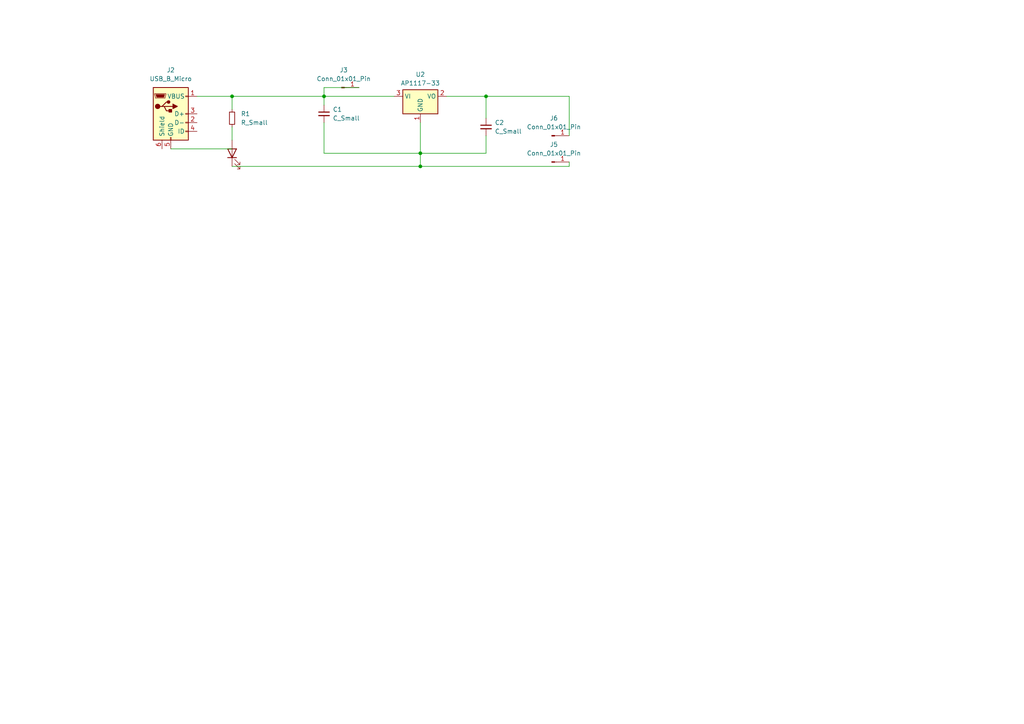
<source format=kicad_sch>
(kicad_sch (version 20230121) (generator eeschema)

  (uuid da77d8c9-f52e-42e0-9fe9-a5b292197b0d)

  (paper "A4")

  (lib_symbols
    (symbol "Connector:Conn_01x01_Pin" (pin_names (offset 1.016) hide) (in_bom yes) (on_board yes)
      (property "Reference" "J" (at 0 2.54 0)
        (effects (font (size 1.27 1.27)))
      )
      (property "Value" "Conn_01x01_Pin" (at 0 -2.54 0)
        (effects (font (size 1.27 1.27)))
      )
      (property "Footprint" "" (at 0 0 0)
        (effects (font (size 1.27 1.27)) hide)
      )
      (property "Datasheet" "~" (at 0 0 0)
        (effects (font (size 1.27 1.27)) hide)
      )
      (property "ki_locked" "" (at 0 0 0)
        (effects (font (size 1.27 1.27)))
      )
      (property "ki_keywords" "connector" (at 0 0 0)
        (effects (font (size 1.27 1.27)) hide)
      )
      (property "ki_description" "Generic connector, single row, 01x01, script generated" (at 0 0 0)
        (effects (font (size 1.27 1.27)) hide)
      )
      (property "ki_fp_filters" "Connector*:*_1x??_*" (at 0 0 0)
        (effects (font (size 1.27 1.27)) hide)
      )
      (symbol "Conn_01x01_Pin_1_1"
        (polyline
          (pts
            (xy 1.27 0)
            (xy 0.8636 0)
          )
          (stroke (width 0.1524) (type default))
          (fill (type none))
        )
        (rectangle (start 0.8636 0.127) (end 0 -0.127)
          (stroke (width 0.1524) (type default))
          (fill (type outline))
        )
        (pin passive line (at 5.08 0 180) (length 3.81)
          (name "Pin_1" (effects (font (size 1.27 1.27))))
          (number "1" (effects (font (size 1.27 1.27))))
        )
      )
    )
    (symbol "Connector:USB_B_Micro" (pin_names (offset 1.016)) (in_bom yes) (on_board yes)
      (property "Reference" "J" (at -5.08 11.43 0)
        (effects (font (size 1.27 1.27)) (justify left))
      )
      (property "Value" "USB_B_Micro" (at -5.08 8.89 0)
        (effects (font (size 1.27 1.27)) (justify left))
      )
      (property "Footprint" "" (at 3.81 -1.27 0)
        (effects (font (size 1.27 1.27)) hide)
      )
      (property "Datasheet" "~" (at 3.81 -1.27 0)
        (effects (font (size 1.27 1.27)) hide)
      )
      (property "ki_keywords" "connector USB micro" (at 0 0 0)
        (effects (font (size 1.27 1.27)) hide)
      )
      (property "ki_description" "USB Micro Type B connector" (at 0 0 0)
        (effects (font (size 1.27 1.27)) hide)
      )
      (property "ki_fp_filters" "USB*" (at 0 0 0)
        (effects (font (size 1.27 1.27)) hide)
      )
      (symbol "USB_B_Micro_0_1"
        (rectangle (start -5.08 -7.62) (end 5.08 7.62)
          (stroke (width 0.254) (type default))
          (fill (type background))
        )
        (circle (center -3.81 2.159) (radius 0.635)
          (stroke (width 0.254) (type default))
          (fill (type outline))
        )
        (circle (center -0.635 3.429) (radius 0.381)
          (stroke (width 0.254) (type default))
          (fill (type outline))
        )
        (rectangle (start -0.127 -7.62) (end 0.127 -6.858)
          (stroke (width 0) (type default))
          (fill (type none))
        )
        (polyline
          (pts
            (xy -1.905 2.159)
            (xy 0.635 2.159)
          )
          (stroke (width 0.254) (type default))
          (fill (type none))
        )
        (polyline
          (pts
            (xy -3.175 2.159)
            (xy -2.54 2.159)
            (xy -1.27 3.429)
            (xy -0.635 3.429)
          )
          (stroke (width 0.254) (type default))
          (fill (type none))
        )
        (polyline
          (pts
            (xy -2.54 2.159)
            (xy -1.905 2.159)
            (xy -1.27 0.889)
            (xy 0 0.889)
          )
          (stroke (width 0.254) (type default))
          (fill (type none))
        )
        (polyline
          (pts
            (xy 0.635 2.794)
            (xy 0.635 1.524)
            (xy 1.905 2.159)
            (xy 0.635 2.794)
          )
          (stroke (width 0.254) (type default))
          (fill (type outline))
        )
        (polyline
          (pts
            (xy -4.318 5.588)
            (xy -1.778 5.588)
            (xy -2.032 4.826)
            (xy -4.064 4.826)
            (xy -4.318 5.588)
          )
          (stroke (width 0) (type default))
          (fill (type outline))
        )
        (polyline
          (pts
            (xy -4.699 5.842)
            (xy -4.699 5.588)
            (xy -4.445 4.826)
            (xy -4.445 4.572)
            (xy -1.651 4.572)
            (xy -1.651 4.826)
            (xy -1.397 5.588)
            (xy -1.397 5.842)
            (xy -4.699 5.842)
          )
          (stroke (width 0) (type default))
          (fill (type none))
        )
        (rectangle (start 0.254 1.27) (end -0.508 0.508)
          (stroke (width 0.254) (type default))
          (fill (type outline))
        )
        (rectangle (start 5.08 -5.207) (end 4.318 -4.953)
          (stroke (width 0) (type default))
          (fill (type none))
        )
        (rectangle (start 5.08 -2.667) (end 4.318 -2.413)
          (stroke (width 0) (type default))
          (fill (type none))
        )
        (rectangle (start 5.08 -0.127) (end 4.318 0.127)
          (stroke (width 0) (type default))
          (fill (type none))
        )
        (rectangle (start 5.08 4.953) (end 4.318 5.207)
          (stroke (width 0) (type default))
          (fill (type none))
        )
      )
      (symbol "USB_B_Micro_1_1"
        (pin power_out line (at 7.62 5.08 180) (length 2.54)
          (name "VBUS" (effects (font (size 1.27 1.27))))
          (number "1" (effects (font (size 1.27 1.27))))
        )
        (pin bidirectional line (at 7.62 -2.54 180) (length 2.54)
          (name "D-" (effects (font (size 1.27 1.27))))
          (number "2" (effects (font (size 1.27 1.27))))
        )
        (pin bidirectional line (at 7.62 0 180) (length 2.54)
          (name "D+" (effects (font (size 1.27 1.27))))
          (number "3" (effects (font (size 1.27 1.27))))
        )
        (pin passive line (at 7.62 -5.08 180) (length 2.54)
          (name "ID" (effects (font (size 1.27 1.27))))
          (number "4" (effects (font (size 1.27 1.27))))
        )
        (pin power_out line (at 0 -10.16 90) (length 2.54)
          (name "GND" (effects (font (size 1.27 1.27))))
          (number "5" (effects (font (size 1.27 1.27))))
        )
        (pin passive line (at -2.54 -10.16 90) (length 2.54)
          (name "Shield" (effects (font (size 1.27 1.27))))
          (number "6" (effects (font (size 1.27 1.27))))
        )
      )
    )
    (symbol "Device:C_Small" (pin_numbers hide) (pin_names (offset 0.254) hide) (in_bom yes) (on_board yes)
      (property "Reference" "C" (at 0.254 1.778 0)
        (effects (font (size 1.27 1.27)) (justify left))
      )
      (property "Value" "C_Small" (at 0.254 -2.032 0)
        (effects (font (size 1.27 1.27)) (justify left))
      )
      (property "Footprint" "" (at 0 0 0)
        (effects (font (size 1.27 1.27)) hide)
      )
      (property "Datasheet" "~" (at 0 0 0)
        (effects (font (size 1.27 1.27)) hide)
      )
      (property "ki_keywords" "capacitor cap" (at 0 0 0)
        (effects (font (size 1.27 1.27)) hide)
      )
      (property "ki_description" "Unpolarized capacitor, small symbol" (at 0 0 0)
        (effects (font (size 1.27 1.27)) hide)
      )
      (property "ki_fp_filters" "C_*" (at 0 0 0)
        (effects (font (size 1.27 1.27)) hide)
      )
      (symbol "C_Small_0_1"
        (polyline
          (pts
            (xy -1.524 -0.508)
            (xy 1.524 -0.508)
          )
          (stroke (width 0.3302) (type default))
          (fill (type none))
        )
        (polyline
          (pts
            (xy -1.524 0.508)
            (xy 1.524 0.508)
          )
          (stroke (width 0.3048) (type default))
          (fill (type none))
        )
      )
      (symbol "C_Small_1_1"
        (pin passive line (at 0 2.54 270) (length 2.032)
          (name "~" (effects (font (size 1.27 1.27))))
          (number "1" (effects (font (size 1.27 1.27))))
        )
        (pin passive line (at 0 -2.54 90) (length 2.032)
          (name "~" (effects (font (size 1.27 1.27))))
          (number "2" (effects (font (size 1.27 1.27))))
        )
      )
    )
    (symbol "Device:LED" (pin_numbers hide) (pin_names (offset 1.016) hide) (in_bom yes) (on_board yes)
      (property "Reference" "D" (at 0 2.54 0)
        (effects (font (size 1.27 1.27)))
      )
      (property "Value" "LED" (at 0 -2.54 0)
        (effects (font (size 1.27 1.27)))
      )
      (property "Footprint" "" (at 0 0 0)
        (effects (font (size 1.27 1.27)) hide)
      )
      (property "Datasheet" "~" (at 0 0 0)
        (effects (font (size 1.27 1.27)) hide)
      )
      (property "ki_keywords" "LED diode" (at 0 0 0)
        (effects (font (size 1.27 1.27)) hide)
      )
      (property "ki_description" "Light emitting diode" (at 0 0 0)
        (effects (font (size 1.27 1.27)) hide)
      )
      (property "ki_fp_filters" "LED* LED_SMD:* LED_THT:*" (at 0 0 0)
        (effects (font (size 1.27 1.27)) hide)
      )
      (symbol "LED_0_1"
        (polyline
          (pts
            (xy -1.27 -1.27)
            (xy -1.27 1.27)
          )
          (stroke (width 0.254) (type default))
          (fill (type none))
        )
        (polyline
          (pts
            (xy -1.27 0)
            (xy 1.27 0)
          )
          (stroke (width 0) (type default))
          (fill (type none))
        )
        (polyline
          (pts
            (xy 1.27 -1.27)
            (xy 1.27 1.27)
            (xy -1.27 0)
            (xy 1.27 -1.27)
          )
          (stroke (width 0.254) (type default))
          (fill (type none))
        )
        (polyline
          (pts
            (xy -3.048 -0.762)
            (xy -4.572 -2.286)
            (xy -3.81 -2.286)
            (xy -4.572 -2.286)
            (xy -4.572 -1.524)
          )
          (stroke (width 0) (type default))
          (fill (type none))
        )
        (polyline
          (pts
            (xy -1.778 -0.762)
            (xy -3.302 -2.286)
            (xy -2.54 -2.286)
            (xy -3.302 -2.286)
            (xy -3.302 -1.524)
          )
          (stroke (width 0) (type default))
          (fill (type none))
        )
      )
      (symbol "LED_1_1"
        (pin passive line (at -3.81 0 0) (length 2.54)
          (name "K" (effects (font (size 1.27 1.27))))
          (number "1" (effects (font (size 1.27 1.27))))
        )
        (pin passive line (at 3.81 0 180) (length 2.54)
          (name "A" (effects (font (size 1.27 1.27))))
          (number "2" (effects (font (size 1.27 1.27))))
        )
      )
    )
    (symbol "Device:R_Small" (pin_numbers hide) (pin_names (offset 0.254) hide) (in_bom yes) (on_board yes)
      (property "Reference" "R" (at 0.762 0.508 0)
        (effects (font (size 1.27 1.27)) (justify left))
      )
      (property "Value" "R_Small" (at 0.762 -1.016 0)
        (effects (font (size 1.27 1.27)) (justify left))
      )
      (property "Footprint" "" (at 0 0 0)
        (effects (font (size 1.27 1.27)) hide)
      )
      (property "Datasheet" "~" (at 0 0 0)
        (effects (font (size 1.27 1.27)) hide)
      )
      (property "ki_keywords" "R resistor" (at 0 0 0)
        (effects (font (size 1.27 1.27)) hide)
      )
      (property "ki_description" "Resistor, small symbol" (at 0 0 0)
        (effects (font (size 1.27 1.27)) hide)
      )
      (property "ki_fp_filters" "R_*" (at 0 0 0)
        (effects (font (size 1.27 1.27)) hide)
      )
      (symbol "R_Small_0_1"
        (rectangle (start -0.762 1.778) (end 0.762 -1.778)
          (stroke (width 0.2032) (type default))
          (fill (type none))
        )
      )
      (symbol "R_Small_1_1"
        (pin passive line (at 0 2.54 270) (length 0.762)
          (name "~" (effects (font (size 1.27 1.27))))
          (number "1" (effects (font (size 1.27 1.27))))
        )
        (pin passive line (at 0 -2.54 90) (length 0.762)
          (name "~" (effects (font (size 1.27 1.27))))
          (number "2" (effects (font (size 1.27 1.27))))
        )
      )
    )
    (symbol "Regulator_Linear:AP1117-33" (in_bom yes) (on_board yes)
      (property "Reference" "U" (at -3.81 3.175 0)
        (effects (font (size 1.27 1.27)))
      )
      (property "Value" "AP1117-33" (at 0 3.175 0)
        (effects (font (size 1.27 1.27)) (justify left))
      )
      (property "Footprint" "Package_TO_SOT_SMD:SOT-223-3_TabPin2" (at 0 5.08 0)
        (effects (font (size 1.27 1.27)) hide)
      )
      (property "Datasheet" "http://www.diodes.com/datasheets/AP1117.pdf" (at 2.54 -6.35 0)
        (effects (font (size 1.27 1.27)) hide)
      )
      (property "ki_keywords" "linear regulator ldo fixed positive obsolete" (at 0 0 0)
        (effects (font (size 1.27 1.27)) hide)
      )
      (property "ki_description" "1A Low Dropout regulator, positive, 3.3V fixed output, SOT-223" (at 0 0 0)
        (effects (font (size 1.27 1.27)) hide)
      )
      (property "ki_fp_filters" "SOT?223*TabPin2*" (at 0 0 0)
        (effects (font (size 1.27 1.27)) hide)
      )
      (symbol "AP1117-33_0_1"
        (rectangle (start -5.08 -5.08) (end 5.08 1.905)
          (stroke (width 0.254) (type default))
          (fill (type background))
        )
      )
      (symbol "AP1117-33_1_1"
        (pin power_in line (at 0 -7.62 90) (length 2.54)
          (name "GND" (effects (font (size 1.27 1.27))))
          (number "1" (effects (font (size 1.27 1.27))))
        )
        (pin power_out line (at 7.62 0 180) (length 2.54)
          (name "VO" (effects (font (size 1.27 1.27))))
          (number "2" (effects (font (size 1.27 1.27))))
        )
        (pin power_in line (at -7.62 0 0) (length 2.54)
          (name "VI" (effects (font (size 1.27 1.27))))
          (number "3" (effects (font (size 1.27 1.27))))
        )
      )
    )
  )

  (junction (at 121.92 48.26) (diameter 0) (color 0 0 0 0)
    (uuid 0670ecdd-a73c-4339-8ad8-c6727b7a5389)
  )
  (junction (at 93.98 27.94) (diameter 0) (color 0 0 0 0)
    (uuid 0d1861e2-a5fb-428e-b2b7-25688803d29f)
  )
  (junction (at 140.97 27.94) (diameter 0) (color 0 0 0 0)
    (uuid 62b4e973-b7a2-45aa-a5d0-50e386c2c78f)
  )
  (junction (at 67.31 27.94) (diameter 0) (color 0 0 0 0)
    (uuid cc90e996-a7fe-4072-9352-78185f9acdba)
  )
  (junction (at 121.92 44.45) (diameter 0) (color 0 0 0 0)
    (uuid dfb27743-ed55-426f-8ae9-ac365b6346c0)
  )

  (wire (pts (xy 67.31 27.94) (xy 93.98 27.94))
    (stroke (width 0) (type default))
    (uuid 012d36ca-83c5-40d5-a88d-1a12bb9625a3)
  )
  (wire (pts (xy 165.1 48.26) (xy 121.92 48.26))
    (stroke (width 0) (type default))
    (uuid 0e2a84a1-04d2-4a74-b414-698603346bf4)
  )
  (wire (pts (xy 67.31 36.83) (xy 67.31 40.64))
    (stroke (width 0) (type default))
    (uuid 133d5f4f-60d3-47da-b656-9413f664bbca)
  )
  (wire (pts (xy 140.97 39.37) (xy 140.97 44.45))
    (stroke (width 0) (type default))
    (uuid 1456d739-3689-4bc5-a65e-4bfc03b3674c)
  )
  (wire (pts (xy 121.92 44.45) (xy 140.97 44.45))
    (stroke (width 0) (type default))
    (uuid 1b61d4bd-6fad-464a-aae2-43373d3a4ac9)
  )
  (wire (pts (xy 165.1 27.94) (xy 165.1 39.37))
    (stroke (width 0) (type default))
    (uuid 2094a302-486f-4e6f-84dc-37087c253251)
  )
  (wire (pts (xy 104.14 25.4) (xy 93.98 25.4))
    (stroke (width 0) (type default))
    (uuid 23d20389-edf0-4eda-be1c-e419d752f15f)
  )
  (wire (pts (xy 140.97 27.94) (xy 165.1 27.94))
    (stroke (width 0) (type default))
    (uuid 2c9d9f75-670f-4a88-84d9-fa91ddf6bb94)
  )
  (wire (pts (xy 129.54 27.94) (xy 140.97 27.94))
    (stroke (width 0) (type default))
    (uuid 361b7e89-311e-464c-828e-5dd64c125351)
  )
  (wire (pts (xy 165.1 46.99) (xy 165.1 48.26))
    (stroke (width 0) (type default))
    (uuid 36bc8a40-2ec8-4e13-961a-92f1953d6e0a)
  )
  (wire (pts (xy 93.98 35.56) (xy 93.98 44.45))
    (stroke (width 0) (type default))
    (uuid 36cedf0f-1d61-4b64-a720-48538953a492)
  )
  (wire (pts (xy 93.98 27.94) (xy 93.98 30.48))
    (stroke (width 0) (type default))
    (uuid 396384e6-6426-41dd-a229-e157ba277c34)
  )
  (wire (pts (xy 67.31 48.26) (xy 121.92 48.26))
    (stroke (width 0) (type default))
    (uuid 3a21aca4-21ad-4cd6-a2f3-1076ab6b3132)
  )
  (wire (pts (xy 121.92 35.56) (xy 121.92 44.45))
    (stroke (width 0) (type default))
    (uuid 3fd2081a-14ed-4ae7-a0f2-113805bc1959)
  )
  (wire (pts (xy 121.92 48.26) (xy 121.92 44.45))
    (stroke (width 0) (type default))
    (uuid 53f9205e-b832-4c4b-9c7d-008e773e433a)
  )
  (wire (pts (xy 67.31 27.94) (xy 67.31 31.75))
    (stroke (width 0) (type default))
    (uuid 663be579-915f-4d7a-a4a4-07510d91334f)
  )
  (wire (pts (xy 57.15 27.94) (xy 67.31 27.94))
    (stroke (width 0) (type default))
    (uuid 71816a16-2a0c-4e4d-9f19-8a7214c66b95)
  )
  (wire (pts (xy 93.98 27.94) (xy 114.3 27.94))
    (stroke (width 0) (type default))
    (uuid a3279219-3085-4223-913e-bfb9526c9b5d)
  )
  (wire (pts (xy 49.53 43.18) (xy 67.31 43.18))
    (stroke (width 0) (type default))
    (uuid a68ddfac-7185-4861-a4ef-3dade3344281)
  )
  (wire (pts (xy 140.97 27.94) (xy 140.97 34.29))
    (stroke (width 0) (type default))
    (uuid cd4e0ea1-faf2-4a5c-980a-f7b5dceae787)
  )
  (wire (pts (xy 93.98 44.45) (xy 121.92 44.45))
    (stroke (width 0) (type default))
    (uuid d1056781-bb18-4b48-8932-320b1b0fcbc2)
  )
  (wire (pts (xy 93.98 25.4) (xy 93.98 27.94))
    (stroke (width 0) (type default))
    (uuid da4ce228-5778-46a0-852a-d6040eab848d)
  )

  (symbol (lib_id "Connector:Conn_01x01_Pin") (at 160.02 46.99 0) (unit 1)
    (in_bom yes) (on_board yes) (dnp no) (fields_autoplaced)
    (uuid 1757bac1-c37c-4506-b38b-f89d23197624)
    (property "Reference" "J5" (at 160.655 41.91 0)
      (effects (font (size 1.27 1.27)))
    )
    (property "Value" "Conn_01x01_Pin" (at 160.655 44.45 0)
      (effects (font (size 1.27 1.27)))
    )
    (property "Footprint" "Connector_PinHeader_2.00mm:PinHeader_1x01_P2.00mm_Vertical" (at 160.02 46.99 0)
      (effects (font (size 1.27 1.27)) hide)
    )
    (property "Datasheet" "~" (at 160.02 46.99 0)
      (effects (font (size 1.27 1.27)) hide)
    )
    (pin "1" (uuid f1559b02-b221-4779-a455-2bff34a814a1))
    (instances
      (project "SD_SMD_ESP_holders"
        (path "/da77d8c9-f52e-42e0-9fe9-a5b292197b0d"
          (reference "J5") (unit 1)
        )
      )
    )
  )

  (symbol (lib_id "Device:LED") (at 67.31 44.45 90) (unit 1)
    (in_bom yes) (on_board yes) (dnp no) (fields_autoplaced)
    (uuid 3b3eb587-8dfd-4cbc-8246-4321e3461a93)
    (property "Reference" "D1" (at 60.96 46.0375 0)
      (effects (font (size 1.27 1.27)) hide)
    )
    (property "Value" "LED" (at 63.5 46.0375 0)
      (effects (font (size 1.27 1.27)) hide)
    )
    (property "Footprint" "LED_SMD:LED_1206_3216Metric_Pad1.42x1.75mm_HandSolder" (at 67.31 44.45 0)
      (effects (font (size 1.27 1.27)) hide)
    )
    (property "Datasheet" "~" (at 67.31 44.45 0)
      (effects (font (size 1.27 1.27)) hide)
    )
    (pin "1" (uuid 6bb621b9-c658-42c3-b230-8e492c74062c))
    (pin "2" (uuid 207eb3fa-4d27-41e1-9cd3-e5492dbbbdc1))
    (instances
      (project "SD_SMD_ESP_holders"
        (path "/da77d8c9-f52e-42e0-9fe9-a5b292197b0d"
          (reference "D1") (unit 1)
        )
      )
    )
  )

  (symbol (lib_id "Device:C_Small") (at 140.97 36.83 0) (unit 1)
    (in_bom yes) (on_board yes) (dnp no) (fields_autoplaced)
    (uuid 41482d32-4471-4f00-8273-4cd56ddaa077)
    (property "Reference" "C2" (at 143.51 35.5663 0)
      (effects (font (size 1.27 1.27)) (justify left))
    )
    (property "Value" "C_Small" (at 143.51 38.1063 0)
      (effects (font (size 1.27 1.27)) (justify left))
    )
    (property "Footprint" "Capacitor_SMD:C_1206_3216Metric" (at 140.97 36.83 0)
      (effects (font (size 1.27 1.27)) hide)
    )
    (property "Datasheet" "~" (at 140.97 36.83 0)
      (effects (font (size 1.27 1.27)) hide)
    )
    (pin "1" (uuid b530e047-3203-4d23-a481-5d7570fb29aa))
    (pin "2" (uuid c8e4f533-0930-4e95-9165-caae2f2ef324))
    (instances
      (project "SD_SMD_ESP_holders"
        (path "/da77d8c9-f52e-42e0-9fe9-a5b292197b0d"
          (reference "C2") (unit 1)
        )
      )
    )
  )

  (symbol (lib_id "Device:C_Small") (at 93.98 33.02 0) (unit 1)
    (in_bom yes) (on_board yes) (dnp no) (fields_autoplaced)
    (uuid 5acc087d-502d-4cd4-b05f-0a70beb43556)
    (property "Reference" "C1" (at 96.52 31.7563 0)
      (effects (font (size 1.27 1.27)) (justify left))
    )
    (property "Value" "C_Small" (at 96.52 34.2963 0)
      (effects (font (size 1.27 1.27)) (justify left))
    )
    (property "Footprint" "Capacitor_SMD:C_1206_3216Metric" (at 93.98 33.02 0)
      (effects (font (size 1.27 1.27)) hide)
    )
    (property "Datasheet" "~" (at 93.98 33.02 0)
      (effects (font (size 1.27 1.27)) hide)
    )
    (pin "1" (uuid 1d6e7c83-5e52-4912-a7b3-4965fb68ce3c))
    (pin "2" (uuid 64753733-c82b-4aca-88f0-323cd0c936ef))
    (instances
      (project "SD_SMD_ESP_holders"
        (path "/da77d8c9-f52e-42e0-9fe9-a5b292197b0d"
          (reference "C1") (unit 1)
        )
      )
    )
  )

  (symbol (lib_id "Connector:Conn_01x01_Pin") (at 99.06 25.4 0) (unit 1)
    (in_bom yes) (on_board yes) (dnp no) (fields_autoplaced)
    (uuid 7ed8855a-3150-4543-9fe5-b2e229c9d0db)
    (property "Reference" "J3" (at 99.695 20.32 0)
      (effects (font (size 1.27 1.27)))
    )
    (property "Value" "Conn_01x01_Pin" (at 99.695 22.86 0)
      (effects (font (size 1.27 1.27)))
    )
    (property "Footprint" "Connector_PinHeader_2.00mm:PinHeader_1x01_P2.00mm_Vertical" (at 99.06 25.4 0)
      (effects (font (size 1.27 1.27)) hide)
    )
    (property "Datasheet" "~" (at 99.06 25.4 0)
      (effects (font (size 1.27 1.27)) hide)
    )
    (pin "1" (uuid 62224916-5635-4dda-b79a-6979090656ee))
    (instances
      (project "SD_SMD_ESP_holders"
        (path "/da77d8c9-f52e-42e0-9fe9-a5b292197b0d"
          (reference "J3") (unit 1)
        )
      )
    )
  )

  (symbol (lib_id "Regulator_Linear:AP1117-33") (at 121.92 27.94 0) (unit 1)
    (in_bom yes) (on_board yes) (dnp no) (fields_autoplaced)
    (uuid 88609cc5-788b-489f-ba35-b6c58bfa562c)
    (property "Reference" "U2" (at 121.92 21.59 0)
      (effects (font (size 1.27 1.27)))
    )
    (property "Value" "AP1117-33" (at 121.92 24.13 0)
      (effects (font (size 1.27 1.27)))
    )
    (property "Footprint" "Package_TO_SOT_SMD:SOT-223-3_TabPin2" (at 121.92 22.86 0)
      (effects (font (size 1.27 1.27)) hide)
    )
    (property "Datasheet" "http://www.diodes.com/datasheets/AP1117.pdf" (at 124.46 34.29 0)
      (effects (font (size 1.27 1.27)) hide)
    )
    (pin "1" (uuid 73bcf3d3-a1f1-49b2-8b16-f26af8ac143e))
    (pin "2" (uuid 85347bda-23a7-424b-a4b6-cccb88ad006a))
    (pin "3" (uuid bb644441-ca93-45de-87ed-680873bd7d26))
    (instances
      (project "SD_SMD_ESP_holders"
        (path "/da77d8c9-f52e-42e0-9fe9-a5b292197b0d"
          (reference "U2") (unit 1)
        )
      )
    )
  )

  (symbol (lib_id "Device:R_Small") (at 67.31 34.29 0) (unit 1)
    (in_bom yes) (on_board yes) (dnp no) (fields_autoplaced)
    (uuid 8fa62258-1430-4371-aa93-60f3e6742184)
    (property "Reference" "R1" (at 69.85 33.02 0)
      (effects (font (size 1.27 1.27)) (justify left))
    )
    (property "Value" "R_Small" (at 69.85 35.56 0)
      (effects (font (size 1.27 1.27)) (justify left))
    )
    (property "Footprint" "Resistor_SMD:R_1206_3216Metric" (at 67.31 34.29 0)
      (effects (font (size 1.27 1.27)) hide)
    )
    (property "Datasheet" "~" (at 67.31 34.29 0)
      (effects (font (size 1.27 1.27)) hide)
    )
    (pin "1" (uuid 9bfd5d93-2e26-4d8d-94be-623529c1250a))
    (pin "2" (uuid 00999ae7-f85b-4a1f-9d89-089017050c92))
    (instances
      (project "SD_SMD_ESP_holders"
        (path "/da77d8c9-f52e-42e0-9fe9-a5b292197b0d"
          (reference "R1") (unit 1)
        )
      )
    )
  )

  (symbol (lib_id "Connector:Conn_01x01_Pin") (at 160.02 39.37 0) (unit 1)
    (in_bom yes) (on_board yes) (dnp no) (fields_autoplaced)
    (uuid 925ddc45-6363-48b8-8ed6-959f224304cc)
    (property "Reference" "J6" (at 160.655 34.29 0)
      (effects (font (size 1.27 1.27)))
    )
    (property "Value" "Conn_01x01_Pin" (at 160.655 36.83 0)
      (effects (font (size 1.27 1.27)))
    )
    (property "Footprint" "Connector_PinHeader_2.00mm:PinHeader_1x01_P2.00mm_Vertical" (at 160.02 39.37 0)
      (effects (font (size 1.27 1.27)) hide)
    )
    (property "Datasheet" "~" (at 160.02 39.37 0)
      (effects (font (size 1.27 1.27)) hide)
    )
    (pin "1" (uuid 665bf9e5-55b4-4c12-8f7d-6da7450c2c6d))
    (instances
      (project "SD_SMD_ESP_holders"
        (path "/da77d8c9-f52e-42e0-9fe9-a5b292197b0d"
          (reference "J6") (unit 1)
        )
      )
    )
  )

  (symbol (lib_id "Connector:USB_B_Micro") (at 49.53 33.02 0) (unit 1)
    (in_bom yes) (on_board yes) (dnp no) (fields_autoplaced)
    (uuid d9fa09d7-b51d-48c2-8223-55b1c314a8d0)
    (property "Reference" "J2" (at 49.53 20.32 0)
      (effects (font (size 1.27 1.27)))
    )
    (property "Value" "USB_B_Micro" (at 49.53 22.86 0)
      (effects (font (size 1.27 1.27)))
    )
    (property "Footprint" "Connector_USB:USB_Micro-B_Wuerth_629105150521" (at 53.34 34.29 0)
      (effects (font (size 1.27 1.27)) hide)
    )
    (property "Datasheet" "~" (at 53.34 34.29 0)
      (effects (font (size 1.27 1.27)) hide)
    )
    (pin "1" (uuid f98fe004-6876-490e-bf37-ba00a62233aa))
    (pin "2" (uuid 9a0b3ba8-12ce-476f-b314-98db65ad9361))
    (pin "3" (uuid ff87fdb2-aeae-4c17-8e41-ba887a8c2803))
    (pin "4" (uuid 61a1cac7-03c3-4b75-9845-4649dda8df07))
    (pin "5" (uuid 6261314b-0f51-494e-995c-043f95187ac4))
    (pin "6" (uuid 40c2007e-5271-4a94-8259-02c0a800f557))
    (instances
      (project "SD_SMD_ESP_holders"
        (path "/da77d8c9-f52e-42e0-9fe9-a5b292197b0d"
          (reference "J2") (unit 1)
        )
      )
    )
  )

  (sheet_instances
    (path "/" (page "1"))
  )
)

</source>
